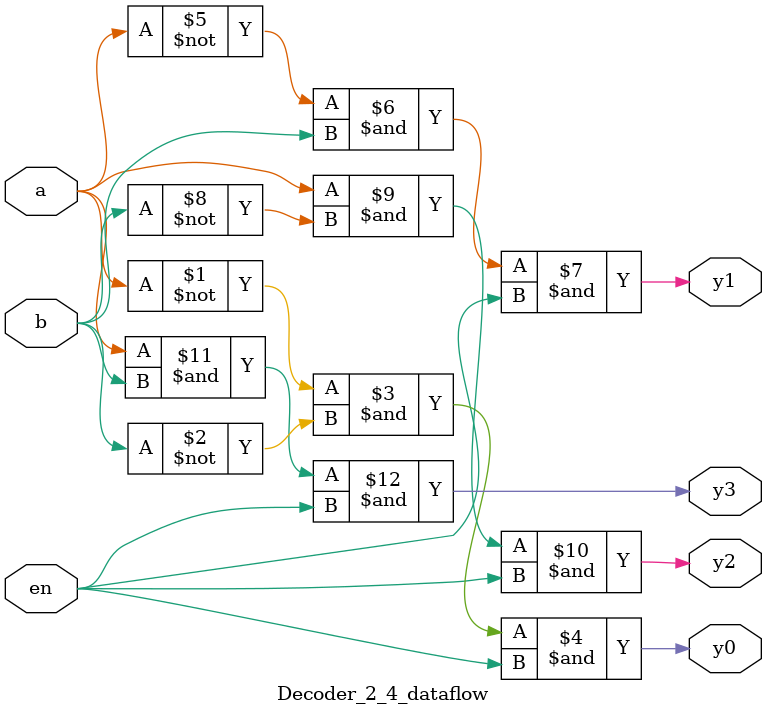
<source format=v>
module Decoder_2_4_dataflow(
  input a, b, en,
  output y0,y1,y2,y3
);
  assign y0 = (~a) & (~b) & en;
  assign y1 = (~a) & b & en;
  assign y2 = a & (~b) & en;
  assign y3 = a & b & en;
endmodule

</source>
